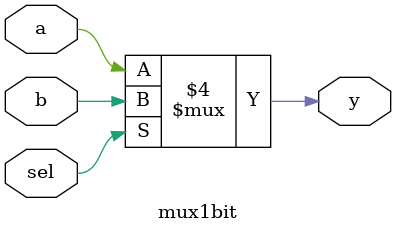
<source format=v>
 module mux1bit (a, b, sel , y);
input  a ;
input  b;
output y ;
input sel ;
reg  y ;

always @(a or b or sel)
begin
    if (sel==0)   y=a ;
    else y=b ;
end
endmodule 
//Magdy Mohamed Abdel Moneim Hafez
</source>
